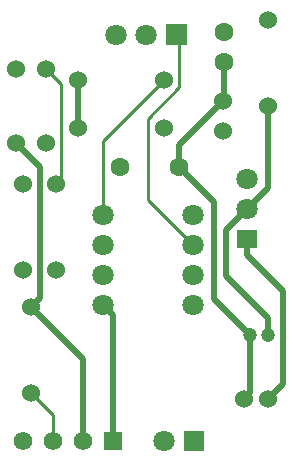
<source format=gtl>
G04 Layer: TopLayer*
G04 EasyEDA v6.4.31, 2022-01-29 23:58:21*
G04 2823f7ec020141a2b4db78c869935daf,00a5ad12733442db97615573759eb5db,10*
G04 Gerber Generator version 0.2*
G04 Scale: 100 percent, Rotated: No, Reflected: No *
G04 Dimensions in millimeters *
G04 leading zeros omitted , absolute positions ,4 integer and 5 decimal *
%FSLAX45Y45*%
%MOMM*%

%ADD10C,0.2540*%
%ADD11C,0.5000*%
%ADD12C,1.6000*%
%ADD13C,1.8000*%
%ADD14R,1.8000X1.5748*%
%ADD15R,1.8000X1.8000*%
%ADD16C,1.2000*%
%ADD17C,1.5240*%
%ADD18R,1.5748X1.5748*%
%ADD19C,1.5748*%

%LPD*%
D10*
X1663700Y1943100D02*
G01*
X1282700Y2324100D01*
X1282700Y3009900D01*
X1549400Y3276600D01*
X1549400Y3721100D01*
X1524000Y3721100D01*
D11*
X2147570Y1181100D02*
G01*
X1841500Y1487170D01*
X1841500Y2307336D01*
X1545336Y2603500D01*
X2297429Y1181100D02*
G01*
X2297429Y1322070D01*
X1943100Y1676400D01*
X1943100Y2070100D01*
X2120900Y2247900D01*
D10*
X508000Y2460497D02*
G01*
X546100Y2498597D01*
X546100Y3302000D01*
X419100Y3429000D01*
D11*
X165100Y2806700D02*
G01*
X368300Y2603500D01*
X368300Y1495297D01*
X292100Y1419097D01*
X2425700Y1549400D02*
G01*
X2120900Y1854200D01*
X2120900Y1993900D01*
X2297175Y635000D02*
G01*
X2425700Y763523D01*
X2425700Y1549400D01*
X2298700Y3114774D02*
G01*
X2298700Y2425700D01*
X2120900Y2247900D01*
D10*
X1419123Y3340100D02*
G01*
X901700Y2822676D01*
X901700Y2197100D01*
D11*
X689102Y3340100D02*
G01*
X689076Y3340074D01*
X689076Y2933700D01*
X292100Y1419097D02*
G01*
X736600Y974597D01*
X736600Y279400D01*
D10*
X482600Y279400D02*
G01*
X482600Y498576D01*
X292100Y689076D01*
D11*
X990600Y279400D02*
G01*
X990600Y1346200D01*
X901700Y1435100D01*
X1917700Y3162300D02*
G01*
X1930400Y3175000D01*
X1930400Y3494506D01*
X1545412Y2603500D02*
G01*
X1545412Y2790012D01*
X1917700Y3162300D01*
X2147493Y1181100D02*
G01*
X2147493Y685469D01*
X2097024Y635000D01*
D12*
G01*
X1930400Y3744493D03*
G01*
X1930400Y3494506D03*
D13*
G01*
X2120900Y2501900D03*
G01*
X2120900Y2247900D03*
D14*
G01*
X2120900Y1993900D03*
G36*
X1434000Y3811099D02*
G01*
X1613999Y3811099D01*
X1613999Y3631100D01*
X1434000Y3631100D01*
G37*
D13*
G01*
X1270000Y3721100D03*
G01*
X1016000Y3721100D03*
G01*
X901700Y2197100D03*
G01*
X901700Y1943100D03*
G01*
X1663700Y1943100D03*
G01*
X1663700Y2197100D03*
G01*
X901700Y1689100D03*
G01*
X901700Y1435100D03*
G01*
X1663700Y1689100D03*
G01*
X1663700Y1435100D03*
D16*
G01*
X2147493Y1181100D03*
G01*
X2297506Y1181100D03*
D12*
G01*
X1045413Y2603500D03*
G01*
X1545412Y2603500D03*
D17*
G01*
X1917700Y2908300D03*
G01*
X1917700Y3162300D03*
G01*
X165100Y2806700D03*
G01*
X419100Y2806700D03*
G01*
X165100Y3429000D03*
G01*
X419100Y3429000D03*
G01*
X1419097Y2933700D03*
G01*
X689076Y2933700D03*
G01*
X2298700Y3114776D03*
G01*
X2298700Y3844797D03*
G01*
X228600Y1730476D03*
G01*
X228600Y2460497D03*
G01*
X508000Y1730476D03*
G01*
X508000Y2460497D03*
G01*
X292100Y1419097D03*
G01*
X292100Y689076D03*
G01*
X1419123Y3340100D03*
G01*
X689102Y3340100D03*
G01*
X2297175Y635000D03*
G01*
X2097024Y635000D03*
D13*
G01*
X1422400Y279400D03*
D15*
G01*
X1676400Y279400D03*
D18*
G01*
X990600Y279400D03*
D19*
G01*
X736600Y279400D03*
G01*
X482600Y279400D03*
G01*
X228600Y279400D03*
M02*

</source>
